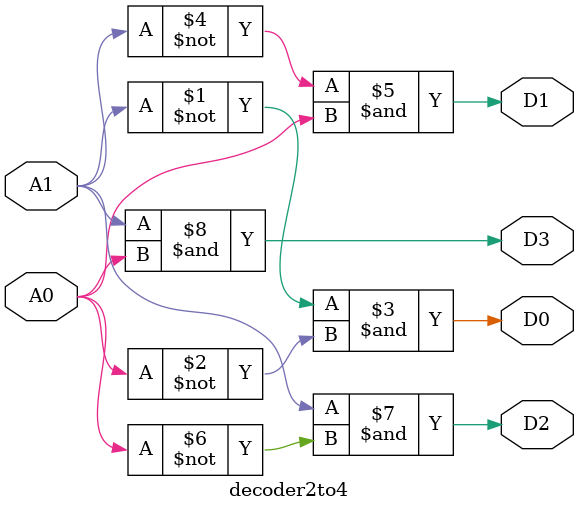
<source format=v>
`timescale 1ns / 1ps

module decoder2to4(
    input A1, A0,
    output D0, D1, D2, D3
);

assign D0 = (~A1 & ~A0);
assign D1 = (~A1 &  A0);
assign D2 = ( A1 & ~A0);
assign D3 = ( A1 &  A0);

endmodule

</source>
